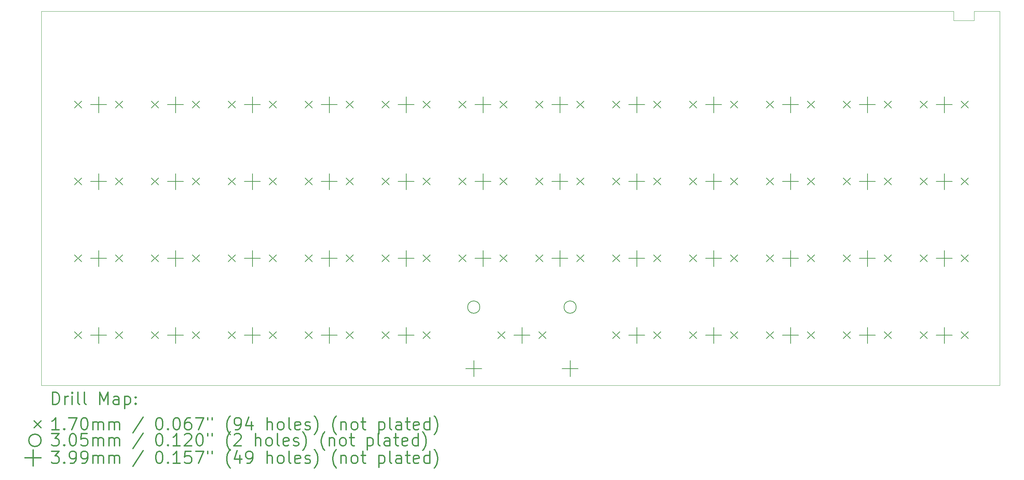
<source format=gbr>
%FSLAX45Y45*%
G04 Gerber Fmt 4.5, Leading zero omitted, Abs format (unit mm)*
G04 Created by KiCad (PCBNEW (5.1.0)-1) date 2020-09-20 16:15:59*
%MOMM*%
%LPD*%
G04 APERTURE LIST*
%ADD10C,0.050000*%
%ADD11C,0.200000*%
%ADD12C,0.300000*%
G04 APERTURE END LIST*
D10*
X24663400Y-3683000D02*
X24663400Y-3454400D01*
X24155400Y-3454400D02*
X24155400Y-3683000D01*
X24155400Y-3683000D02*
X24663400Y-3683000D01*
X1549400Y-3454400D02*
X1549400Y-12725400D01*
X24155400Y-3454400D02*
X1549400Y-3454400D01*
X25298400Y-3454400D02*
X24663400Y-3454400D01*
X25298400Y-12725400D02*
X25298400Y-3454400D01*
X1549400Y-12725400D02*
X25298400Y-12725400D01*
D11*
X8093710Y-11395710D02*
X8263890Y-11565890D01*
X8263890Y-11395710D02*
X8093710Y-11565890D01*
X9109710Y-11395710D02*
X9279890Y-11565890D01*
X9279890Y-11395710D02*
X9109710Y-11565890D01*
X6188710Y-5680710D02*
X6358890Y-5850890D01*
X6358890Y-5680710D02*
X6188710Y-5850890D01*
X7204710Y-5680710D02*
X7374890Y-5850890D01*
X7374890Y-5680710D02*
X7204710Y-5850890D01*
X13808710Y-7585710D02*
X13978890Y-7755890D01*
X13978890Y-7585710D02*
X13808710Y-7755890D01*
X14824710Y-7585710D02*
X14994890Y-7755890D01*
X14994890Y-7585710D02*
X14824710Y-7755890D01*
X23333710Y-11395710D02*
X23503890Y-11565890D01*
X23503890Y-11395710D02*
X23333710Y-11565890D01*
X24349710Y-11395710D02*
X24519890Y-11565890D01*
X24519890Y-11395710D02*
X24349710Y-11565890D01*
X19523710Y-7585710D02*
X19693890Y-7755890D01*
X19693890Y-7585710D02*
X19523710Y-7755890D01*
X20539710Y-7585710D02*
X20709890Y-7755890D01*
X20709890Y-7585710D02*
X20539710Y-7755890D01*
X8093710Y-9490710D02*
X8263890Y-9660890D01*
X8263890Y-9490710D02*
X8093710Y-9660890D01*
X9109710Y-9490710D02*
X9279890Y-9660890D01*
X9279890Y-9490710D02*
X9109710Y-9660890D01*
X15713710Y-9490710D02*
X15883890Y-9660890D01*
X15883890Y-9490710D02*
X15713710Y-9660890D01*
X16729710Y-9490710D02*
X16899890Y-9660890D01*
X16899890Y-9490710D02*
X16729710Y-9660890D01*
X4283710Y-9490710D02*
X4453890Y-9660890D01*
X4453890Y-9490710D02*
X4283710Y-9660890D01*
X5299710Y-9490710D02*
X5469890Y-9660890D01*
X5469890Y-9490710D02*
X5299710Y-9660890D01*
X4283710Y-11395710D02*
X4453890Y-11565890D01*
X4453890Y-11395710D02*
X4283710Y-11565890D01*
X5299710Y-11395710D02*
X5469890Y-11565890D01*
X5469890Y-11395710D02*
X5299710Y-11565890D01*
X21428710Y-7585710D02*
X21598890Y-7755890D01*
X21598890Y-7585710D02*
X21428710Y-7755890D01*
X22444710Y-7585710D02*
X22614890Y-7755890D01*
X22614890Y-7585710D02*
X22444710Y-7755890D01*
X21428710Y-5680710D02*
X21598890Y-5850890D01*
X21598890Y-5680710D02*
X21428710Y-5850890D01*
X22444710Y-5680710D02*
X22614890Y-5850890D01*
X22614890Y-5680710D02*
X22444710Y-5850890D01*
X6188710Y-9490710D02*
X6358890Y-9660890D01*
X6358890Y-9490710D02*
X6188710Y-9660890D01*
X7204710Y-9490710D02*
X7374890Y-9660890D01*
X7374890Y-9490710D02*
X7204710Y-9660890D01*
X15713710Y-5680710D02*
X15883890Y-5850890D01*
X15883890Y-5680710D02*
X15713710Y-5850890D01*
X16729710Y-5680710D02*
X16899890Y-5850890D01*
X16899890Y-5680710D02*
X16729710Y-5850890D01*
X9998710Y-11395710D02*
X10168890Y-11565890D01*
X10168890Y-11395710D02*
X9998710Y-11565890D01*
X11014710Y-11395710D02*
X11184890Y-11565890D01*
X11184890Y-11395710D02*
X11014710Y-11565890D01*
X19523710Y-5680710D02*
X19693890Y-5850890D01*
X19693890Y-5680710D02*
X19523710Y-5850890D01*
X20539710Y-5680710D02*
X20709890Y-5850890D01*
X20709890Y-5680710D02*
X20539710Y-5850890D01*
X21428710Y-11395710D02*
X21598890Y-11565890D01*
X21598890Y-11395710D02*
X21428710Y-11565890D01*
X22444710Y-11395710D02*
X22614890Y-11565890D01*
X22614890Y-11395710D02*
X22444710Y-11565890D01*
X6188710Y-7585710D02*
X6358890Y-7755890D01*
X6358890Y-7585710D02*
X6188710Y-7755890D01*
X7204710Y-7585710D02*
X7374890Y-7755890D01*
X7374890Y-7585710D02*
X7204710Y-7755890D01*
X17618710Y-7585710D02*
X17788890Y-7755890D01*
X17788890Y-7585710D02*
X17618710Y-7755890D01*
X18634710Y-7585710D02*
X18804890Y-7755890D01*
X18804890Y-7585710D02*
X18634710Y-7755890D01*
X23333710Y-9490710D02*
X23503890Y-9660890D01*
X23503890Y-9490710D02*
X23333710Y-9660890D01*
X24349710Y-9490710D02*
X24519890Y-9660890D01*
X24519890Y-9490710D02*
X24349710Y-9660890D01*
X9998710Y-9490710D02*
X10168890Y-9660890D01*
X10168890Y-9490710D02*
X9998710Y-9660890D01*
X11014710Y-9490710D02*
X11184890Y-9660890D01*
X11184890Y-9490710D02*
X11014710Y-9660890D01*
X21428710Y-9490710D02*
X21598890Y-9660890D01*
X21598890Y-9490710D02*
X21428710Y-9660890D01*
X22444710Y-9490710D02*
X22614890Y-9660890D01*
X22614890Y-9490710D02*
X22444710Y-9660890D01*
X11903710Y-9490710D02*
X12073890Y-9660890D01*
X12073890Y-9490710D02*
X11903710Y-9660890D01*
X12919710Y-9490710D02*
X13089890Y-9660890D01*
X13089890Y-9490710D02*
X12919710Y-9660890D01*
X2378710Y-5680710D02*
X2548890Y-5850890D01*
X2548890Y-5680710D02*
X2378710Y-5850890D01*
X3394710Y-5680710D02*
X3564890Y-5850890D01*
X3564890Y-5680710D02*
X3394710Y-5850890D01*
X6188710Y-11395710D02*
X6358890Y-11565890D01*
X6358890Y-11395710D02*
X6188710Y-11565890D01*
X7204710Y-11395710D02*
X7374890Y-11565890D01*
X7374890Y-11395710D02*
X7204710Y-11565890D01*
X2378710Y-9490710D02*
X2548890Y-9660890D01*
X2548890Y-9490710D02*
X2378710Y-9660890D01*
X3394710Y-9490710D02*
X3564890Y-9660890D01*
X3564890Y-9490710D02*
X3394710Y-9660890D01*
X23333710Y-5680710D02*
X23503890Y-5850890D01*
X23503890Y-5680710D02*
X23333710Y-5850890D01*
X24349710Y-5680710D02*
X24519890Y-5850890D01*
X24519890Y-5680710D02*
X24349710Y-5850890D01*
X11903710Y-7585710D02*
X12073890Y-7755890D01*
X12073890Y-7585710D02*
X11903710Y-7755890D01*
X12919710Y-7585710D02*
X13089890Y-7755890D01*
X13089890Y-7585710D02*
X12919710Y-7755890D01*
X4283710Y-5680710D02*
X4453890Y-5850890D01*
X4453890Y-5680710D02*
X4283710Y-5850890D01*
X5299710Y-5680710D02*
X5469890Y-5850890D01*
X5469890Y-5680710D02*
X5299710Y-5850890D01*
X17618710Y-5680710D02*
X17788890Y-5850890D01*
X17788890Y-5680710D02*
X17618710Y-5850890D01*
X18634710Y-5680710D02*
X18804890Y-5850890D01*
X18804890Y-5680710D02*
X18634710Y-5850890D01*
X12868910Y-11395710D02*
X13039090Y-11565890D01*
X13039090Y-11395710D02*
X12868910Y-11565890D01*
X13884910Y-11395710D02*
X14055090Y-11565890D01*
X14055090Y-11395710D02*
X13884910Y-11565890D01*
X8093710Y-5680710D02*
X8263890Y-5850890D01*
X8263890Y-5680710D02*
X8093710Y-5850890D01*
X9109710Y-5680710D02*
X9279890Y-5850890D01*
X9279890Y-5680710D02*
X9109710Y-5850890D01*
X19523710Y-9490710D02*
X19693890Y-9660890D01*
X19693890Y-9490710D02*
X19523710Y-9660890D01*
X20539710Y-9490710D02*
X20709890Y-9660890D01*
X20709890Y-9490710D02*
X20539710Y-9660890D01*
X19523710Y-11395710D02*
X19693890Y-11565890D01*
X19693890Y-11395710D02*
X19523710Y-11565890D01*
X20539710Y-11395710D02*
X20709890Y-11565890D01*
X20709890Y-11395710D02*
X20539710Y-11565890D01*
X4283710Y-7585710D02*
X4453890Y-7755890D01*
X4453890Y-7585710D02*
X4283710Y-7755890D01*
X5299710Y-7585710D02*
X5469890Y-7755890D01*
X5469890Y-7585710D02*
X5299710Y-7755890D01*
X17618710Y-11395710D02*
X17788890Y-11565890D01*
X17788890Y-11395710D02*
X17618710Y-11565890D01*
X18634710Y-11395710D02*
X18804890Y-11565890D01*
X18804890Y-11395710D02*
X18634710Y-11565890D01*
X23333710Y-7585710D02*
X23503890Y-7755890D01*
X23503890Y-7585710D02*
X23333710Y-7755890D01*
X24349710Y-7585710D02*
X24519890Y-7755890D01*
X24519890Y-7585710D02*
X24349710Y-7755890D01*
X17618710Y-9490710D02*
X17788890Y-9660890D01*
X17788890Y-9490710D02*
X17618710Y-9660890D01*
X18634710Y-9490710D02*
X18804890Y-9660890D01*
X18804890Y-9490710D02*
X18634710Y-9660890D01*
X15713710Y-7585710D02*
X15883890Y-7755890D01*
X15883890Y-7585710D02*
X15713710Y-7755890D01*
X16729710Y-7585710D02*
X16899890Y-7755890D01*
X16899890Y-7585710D02*
X16729710Y-7755890D01*
X2378710Y-11395710D02*
X2548890Y-11565890D01*
X2548890Y-11395710D02*
X2378710Y-11565890D01*
X3394710Y-11395710D02*
X3564890Y-11565890D01*
X3564890Y-11395710D02*
X3394710Y-11565890D01*
X8093710Y-7585710D02*
X8263890Y-7755890D01*
X8263890Y-7585710D02*
X8093710Y-7755890D01*
X9109710Y-7585710D02*
X9279890Y-7755890D01*
X9279890Y-7585710D02*
X9109710Y-7755890D01*
X9998710Y-5680710D02*
X10168890Y-5850890D01*
X10168890Y-5680710D02*
X9998710Y-5850890D01*
X11014710Y-5680710D02*
X11184890Y-5850890D01*
X11184890Y-5680710D02*
X11014710Y-5850890D01*
X13808710Y-9490710D02*
X13978890Y-9660890D01*
X13978890Y-9490710D02*
X13808710Y-9660890D01*
X14824710Y-9490710D02*
X14994890Y-9660890D01*
X14994890Y-9490710D02*
X14824710Y-9660890D01*
X2378710Y-7585710D02*
X2548890Y-7755890D01*
X2548890Y-7585710D02*
X2378710Y-7755890D01*
X3394710Y-7585710D02*
X3564890Y-7755890D01*
X3564890Y-7585710D02*
X3394710Y-7755890D01*
X9998710Y-7585710D02*
X10168890Y-7755890D01*
X10168890Y-7585710D02*
X9998710Y-7755890D01*
X11014710Y-7585710D02*
X11184890Y-7755890D01*
X11184890Y-7585710D02*
X11014710Y-7755890D01*
X13808710Y-5680710D02*
X13978890Y-5850890D01*
X13978890Y-5680710D02*
X13808710Y-5850890D01*
X14824710Y-5680710D02*
X14994890Y-5850890D01*
X14994890Y-5680710D02*
X14824710Y-5850890D01*
X15713710Y-11395710D02*
X15883890Y-11565890D01*
X15883890Y-11395710D02*
X15713710Y-11565890D01*
X16729710Y-11395710D02*
X16899890Y-11565890D01*
X16899890Y-11395710D02*
X16729710Y-11565890D01*
X11903710Y-5680710D02*
X12073890Y-5850890D01*
X12073890Y-5680710D02*
X11903710Y-5850890D01*
X12919710Y-5680710D02*
X13089890Y-5850890D01*
X13089890Y-5680710D02*
X12919710Y-5850890D01*
X12420600Y-10782300D02*
G75*
G03X12420600Y-10782300I-152400J0D01*
G01*
X14808200Y-10782300D02*
G75*
G03X14808200Y-10782300I-152400J0D01*
G01*
X8686800Y-11281410D02*
X8686800Y-11680190D01*
X8487410Y-11480800D02*
X8886190Y-11480800D01*
X6781800Y-5566410D02*
X6781800Y-5965190D01*
X6582410Y-5765800D02*
X6981190Y-5765800D01*
X14401800Y-7471410D02*
X14401800Y-7870190D01*
X14202410Y-7670800D02*
X14601190Y-7670800D01*
X23926800Y-11281410D02*
X23926800Y-11680190D01*
X23727410Y-11480800D02*
X24126190Y-11480800D01*
X20116800Y-7471410D02*
X20116800Y-7870190D01*
X19917410Y-7670800D02*
X20316190Y-7670800D01*
X8686800Y-9376410D02*
X8686800Y-9775190D01*
X8487410Y-9575800D02*
X8886190Y-9575800D01*
X16306800Y-9376410D02*
X16306800Y-9775190D01*
X16107410Y-9575800D02*
X16506190Y-9575800D01*
X4876800Y-9376410D02*
X4876800Y-9775190D01*
X4677410Y-9575800D02*
X5076190Y-9575800D01*
X4876800Y-11281410D02*
X4876800Y-11680190D01*
X4677410Y-11480800D02*
X5076190Y-11480800D01*
X22021800Y-7471410D02*
X22021800Y-7870190D01*
X21822410Y-7670800D02*
X22221190Y-7670800D01*
X22021800Y-5566410D02*
X22021800Y-5965190D01*
X21822410Y-5765800D02*
X22221190Y-5765800D01*
X6781800Y-9376410D02*
X6781800Y-9775190D01*
X6582410Y-9575800D02*
X6981190Y-9575800D01*
X16306800Y-5566410D02*
X16306800Y-5965190D01*
X16107410Y-5765800D02*
X16506190Y-5765800D01*
X10591800Y-11281410D02*
X10591800Y-11680190D01*
X10392410Y-11480800D02*
X10791190Y-11480800D01*
X20116800Y-5566410D02*
X20116800Y-5965190D01*
X19917410Y-5765800D02*
X20316190Y-5765800D01*
X22021800Y-11281410D02*
X22021800Y-11680190D01*
X21822410Y-11480800D02*
X22221190Y-11480800D01*
X6781800Y-7471410D02*
X6781800Y-7870190D01*
X6582410Y-7670800D02*
X6981190Y-7670800D01*
X18211800Y-7471410D02*
X18211800Y-7870190D01*
X18012410Y-7670800D02*
X18411190Y-7670800D01*
X23926800Y-9376410D02*
X23926800Y-9775190D01*
X23727410Y-9575800D02*
X24126190Y-9575800D01*
X10591800Y-9376410D02*
X10591800Y-9775190D01*
X10392410Y-9575800D02*
X10791190Y-9575800D01*
X22021800Y-9376410D02*
X22021800Y-9775190D01*
X21822410Y-9575800D02*
X22221190Y-9575800D01*
X12496800Y-9376410D02*
X12496800Y-9775190D01*
X12297410Y-9575800D02*
X12696190Y-9575800D01*
X2971800Y-5566410D02*
X2971800Y-5965190D01*
X2772410Y-5765800D02*
X3171190Y-5765800D01*
X6781800Y-11281410D02*
X6781800Y-11680190D01*
X6582410Y-11480800D02*
X6981190Y-11480800D01*
X2971800Y-9376410D02*
X2971800Y-9775190D01*
X2772410Y-9575800D02*
X3171190Y-9575800D01*
X23926800Y-5566410D02*
X23926800Y-5965190D01*
X23727410Y-5765800D02*
X24126190Y-5765800D01*
X12496800Y-7471410D02*
X12496800Y-7870190D01*
X12297410Y-7670800D02*
X12696190Y-7670800D01*
X4876800Y-5566410D02*
X4876800Y-5965190D01*
X4677410Y-5765800D02*
X5076190Y-5765800D01*
X18211800Y-5566410D02*
X18211800Y-5965190D01*
X18012410Y-5765800D02*
X18411190Y-5765800D01*
X12268200Y-12106910D02*
X12268200Y-12505690D01*
X12068810Y-12306300D02*
X12467590Y-12306300D01*
X13462000Y-11281410D02*
X13462000Y-11680190D01*
X13262610Y-11480800D02*
X13661390Y-11480800D01*
X14655800Y-12106910D02*
X14655800Y-12505690D01*
X14456410Y-12306300D02*
X14855190Y-12306300D01*
X8686800Y-5566410D02*
X8686800Y-5965190D01*
X8487410Y-5765800D02*
X8886190Y-5765800D01*
X20116800Y-9376410D02*
X20116800Y-9775190D01*
X19917410Y-9575800D02*
X20316190Y-9575800D01*
X20116800Y-11281410D02*
X20116800Y-11680190D01*
X19917410Y-11480800D02*
X20316190Y-11480800D01*
X4876800Y-7471410D02*
X4876800Y-7870190D01*
X4677410Y-7670800D02*
X5076190Y-7670800D01*
X18211800Y-11281410D02*
X18211800Y-11680190D01*
X18012410Y-11480800D02*
X18411190Y-11480800D01*
X23926800Y-7471410D02*
X23926800Y-7870190D01*
X23727410Y-7670800D02*
X24126190Y-7670800D01*
X18211800Y-9376410D02*
X18211800Y-9775190D01*
X18012410Y-9575800D02*
X18411190Y-9575800D01*
X16306800Y-7471410D02*
X16306800Y-7870190D01*
X16107410Y-7670800D02*
X16506190Y-7670800D01*
X2971800Y-11281410D02*
X2971800Y-11680190D01*
X2772410Y-11480800D02*
X3171190Y-11480800D01*
X8686800Y-7471410D02*
X8686800Y-7870190D01*
X8487410Y-7670800D02*
X8886190Y-7670800D01*
X10591800Y-5566410D02*
X10591800Y-5965190D01*
X10392410Y-5765800D02*
X10791190Y-5765800D01*
X14401800Y-9376410D02*
X14401800Y-9775190D01*
X14202410Y-9575800D02*
X14601190Y-9575800D01*
X2971800Y-7471410D02*
X2971800Y-7870190D01*
X2772410Y-7670800D02*
X3171190Y-7670800D01*
X10591800Y-7471410D02*
X10591800Y-7870190D01*
X10392410Y-7670800D02*
X10791190Y-7670800D01*
X14401800Y-5566410D02*
X14401800Y-5965190D01*
X14202410Y-5765800D02*
X14601190Y-5765800D01*
X16306800Y-11281410D02*
X16306800Y-11680190D01*
X16107410Y-11480800D02*
X16506190Y-11480800D01*
X12496800Y-5566410D02*
X12496800Y-5965190D01*
X12297410Y-5765800D02*
X12696190Y-5765800D01*
D12*
X1833328Y-13193614D02*
X1833328Y-12893614D01*
X1904757Y-12893614D01*
X1947614Y-12907900D01*
X1976186Y-12936471D01*
X1990471Y-12965043D01*
X2004757Y-13022186D01*
X2004757Y-13065043D01*
X1990471Y-13122186D01*
X1976186Y-13150757D01*
X1947614Y-13179329D01*
X1904757Y-13193614D01*
X1833328Y-13193614D01*
X2133328Y-13193614D02*
X2133328Y-12993614D01*
X2133328Y-13050757D02*
X2147614Y-13022186D01*
X2161900Y-13007900D01*
X2190471Y-12993614D01*
X2219043Y-12993614D01*
X2319043Y-13193614D02*
X2319043Y-12993614D01*
X2319043Y-12893614D02*
X2304757Y-12907900D01*
X2319043Y-12922186D01*
X2333328Y-12907900D01*
X2319043Y-12893614D01*
X2319043Y-12922186D01*
X2504757Y-13193614D02*
X2476186Y-13179329D01*
X2461900Y-13150757D01*
X2461900Y-12893614D01*
X2661900Y-13193614D02*
X2633328Y-13179329D01*
X2619043Y-13150757D01*
X2619043Y-12893614D01*
X3004757Y-13193614D02*
X3004757Y-12893614D01*
X3104757Y-13107900D01*
X3204757Y-12893614D01*
X3204757Y-13193614D01*
X3476186Y-13193614D02*
X3476186Y-13036471D01*
X3461900Y-13007900D01*
X3433328Y-12993614D01*
X3376186Y-12993614D01*
X3347614Y-13007900D01*
X3476186Y-13179329D02*
X3447614Y-13193614D01*
X3376186Y-13193614D01*
X3347614Y-13179329D01*
X3333328Y-13150757D01*
X3333328Y-13122186D01*
X3347614Y-13093614D01*
X3376186Y-13079329D01*
X3447614Y-13079329D01*
X3476186Y-13065043D01*
X3619043Y-12993614D02*
X3619043Y-13293614D01*
X3619043Y-13007900D02*
X3647614Y-12993614D01*
X3704757Y-12993614D01*
X3733328Y-13007900D01*
X3747614Y-13022186D01*
X3761900Y-13050757D01*
X3761900Y-13136471D01*
X3747614Y-13165043D01*
X3733328Y-13179329D01*
X3704757Y-13193614D01*
X3647614Y-13193614D01*
X3619043Y-13179329D01*
X3890471Y-13165043D02*
X3904757Y-13179329D01*
X3890471Y-13193614D01*
X3876186Y-13179329D01*
X3890471Y-13165043D01*
X3890471Y-13193614D01*
X3890471Y-13007900D02*
X3904757Y-13022186D01*
X3890471Y-13036471D01*
X3876186Y-13022186D01*
X3890471Y-13007900D01*
X3890471Y-13036471D01*
X1376720Y-13602810D02*
X1546900Y-13772990D01*
X1546900Y-13602810D02*
X1376720Y-13772990D01*
X1990471Y-13823614D02*
X1819043Y-13823614D01*
X1904757Y-13823614D02*
X1904757Y-13523614D01*
X1876186Y-13566471D01*
X1847614Y-13595043D01*
X1819043Y-13609329D01*
X2119043Y-13795043D02*
X2133328Y-13809329D01*
X2119043Y-13823614D01*
X2104757Y-13809329D01*
X2119043Y-13795043D01*
X2119043Y-13823614D01*
X2233328Y-13523614D02*
X2433328Y-13523614D01*
X2304757Y-13823614D01*
X2604757Y-13523614D02*
X2633328Y-13523614D01*
X2661900Y-13537900D01*
X2676186Y-13552186D01*
X2690471Y-13580757D01*
X2704757Y-13637900D01*
X2704757Y-13709329D01*
X2690471Y-13766471D01*
X2676186Y-13795043D01*
X2661900Y-13809329D01*
X2633328Y-13823614D01*
X2604757Y-13823614D01*
X2576186Y-13809329D01*
X2561900Y-13795043D01*
X2547614Y-13766471D01*
X2533328Y-13709329D01*
X2533328Y-13637900D01*
X2547614Y-13580757D01*
X2561900Y-13552186D01*
X2576186Y-13537900D01*
X2604757Y-13523614D01*
X2833328Y-13823614D02*
X2833328Y-13623614D01*
X2833328Y-13652186D02*
X2847614Y-13637900D01*
X2876186Y-13623614D01*
X2919043Y-13623614D01*
X2947614Y-13637900D01*
X2961900Y-13666471D01*
X2961900Y-13823614D01*
X2961900Y-13666471D02*
X2976186Y-13637900D01*
X3004757Y-13623614D01*
X3047614Y-13623614D01*
X3076186Y-13637900D01*
X3090471Y-13666471D01*
X3090471Y-13823614D01*
X3233328Y-13823614D02*
X3233328Y-13623614D01*
X3233328Y-13652186D02*
X3247614Y-13637900D01*
X3276186Y-13623614D01*
X3319043Y-13623614D01*
X3347614Y-13637900D01*
X3361900Y-13666471D01*
X3361900Y-13823614D01*
X3361900Y-13666471D02*
X3376186Y-13637900D01*
X3404757Y-13623614D01*
X3447614Y-13623614D01*
X3476186Y-13637900D01*
X3490471Y-13666471D01*
X3490471Y-13823614D01*
X4076186Y-13509329D02*
X3819043Y-13895043D01*
X4461900Y-13523614D02*
X4490471Y-13523614D01*
X4519043Y-13537900D01*
X4533328Y-13552186D01*
X4547614Y-13580757D01*
X4561900Y-13637900D01*
X4561900Y-13709329D01*
X4547614Y-13766471D01*
X4533328Y-13795043D01*
X4519043Y-13809329D01*
X4490471Y-13823614D01*
X4461900Y-13823614D01*
X4433328Y-13809329D01*
X4419043Y-13795043D01*
X4404757Y-13766471D01*
X4390471Y-13709329D01*
X4390471Y-13637900D01*
X4404757Y-13580757D01*
X4419043Y-13552186D01*
X4433328Y-13537900D01*
X4461900Y-13523614D01*
X4690471Y-13795043D02*
X4704757Y-13809329D01*
X4690471Y-13823614D01*
X4676186Y-13809329D01*
X4690471Y-13795043D01*
X4690471Y-13823614D01*
X4890471Y-13523614D02*
X4919043Y-13523614D01*
X4947614Y-13537900D01*
X4961900Y-13552186D01*
X4976186Y-13580757D01*
X4990471Y-13637900D01*
X4990471Y-13709329D01*
X4976186Y-13766471D01*
X4961900Y-13795043D01*
X4947614Y-13809329D01*
X4919043Y-13823614D01*
X4890471Y-13823614D01*
X4861900Y-13809329D01*
X4847614Y-13795043D01*
X4833328Y-13766471D01*
X4819043Y-13709329D01*
X4819043Y-13637900D01*
X4833328Y-13580757D01*
X4847614Y-13552186D01*
X4861900Y-13537900D01*
X4890471Y-13523614D01*
X5247614Y-13523614D02*
X5190471Y-13523614D01*
X5161900Y-13537900D01*
X5147614Y-13552186D01*
X5119043Y-13595043D01*
X5104757Y-13652186D01*
X5104757Y-13766471D01*
X5119043Y-13795043D01*
X5133328Y-13809329D01*
X5161900Y-13823614D01*
X5219043Y-13823614D01*
X5247614Y-13809329D01*
X5261900Y-13795043D01*
X5276186Y-13766471D01*
X5276186Y-13695043D01*
X5261900Y-13666471D01*
X5247614Y-13652186D01*
X5219043Y-13637900D01*
X5161900Y-13637900D01*
X5133328Y-13652186D01*
X5119043Y-13666471D01*
X5104757Y-13695043D01*
X5376186Y-13523614D02*
X5576186Y-13523614D01*
X5447614Y-13823614D01*
X5676186Y-13523614D02*
X5676186Y-13580757D01*
X5790471Y-13523614D02*
X5790471Y-13580757D01*
X6233328Y-13937900D02*
X6219043Y-13923614D01*
X6190471Y-13880757D01*
X6176186Y-13852186D01*
X6161900Y-13809329D01*
X6147614Y-13737900D01*
X6147614Y-13680757D01*
X6161900Y-13609329D01*
X6176186Y-13566471D01*
X6190471Y-13537900D01*
X6219043Y-13495043D01*
X6233328Y-13480757D01*
X6361900Y-13823614D02*
X6419043Y-13823614D01*
X6447614Y-13809329D01*
X6461900Y-13795043D01*
X6490471Y-13752186D01*
X6504757Y-13695043D01*
X6504757Y-13580757D01*
X6490471Y-13552186D01*
X6476186Y-13537900D01*
X6447614Y-13523614D01*
X6390471Y-13523614D01*
X6361900Y-13537900D01*
X6347614Y-13552186D01*
X6333328Y-13580757D01*
X6333328Y-13652186D01*
X6347614Y-13680757D01*
X6361900Y-13695043D01*
X6390471Y-13709329D01*
X6447614Y-13709329D01*
X6476186Y-13695043D01*
X6490471Y-13680757D01*
X6504757Y-13652186D01*
X6761900Y-13623614D02*
X6761900Y-13823614D01*
X6690471Y-13509329D02*
X6619043Y-13723614D01*
X6804757Y-13723614D01*
X7147614Y-13823614D02*
X7147614Y-13523614D01*
X7276186Y-13823614D02*
X7276186Y-13666471D01*
X7261900Y-13637900D01*
X7233328Y-13623614D01*
X7190471Y-13623614D01*
X7161900Y-13637900D01*
X7147614Y-13652186D01*
X7461900Y-13823614D02*
X7433328Y-13809329D01*
X7419043Y-13795043D01*
X7404757Y-13766471D01*
X7404757Y-13680757D01*
X7419043Y-13652186D01*
X7433328Y-13637900D01*
X7461900Y-13623614D01*
X7504757Y-13623614D01*
X7533328Y-13637900D01*
X7547614Y-13652186D01*
X7561900Y-13680757D01*
X7561900Y-13766471D01*
X7547614Y-13795043D01*
X7533328Y-13809329D01*
X7504757Y-13823614D01*
X7461900Y-13823614D01*
X7733328Y-13823614D02*
X7704757Y-13809329D01*
X7690471Y-13780757D01*
X7690471Y-13523614D01*
X7961900Y-13809329D02*
X7933328Y-13823614D01*
X7876186Y-13823614D01*
X7847614Y-13809329D01*
X7833328Y-13780757D01*
X7833328Y-13666471D01*
X7847614Y-13637900D01*
X7876186Y-13623614D01*
X7933328Y-13623614D01*
X7961900Y-13637900D01*
X7976186Y-13666471D01*
X7976186Y-13695043D01*
X7833328Y-13723614D01*
X8090471Y-13809329D02*
X8119043Y-13823614D01*
X8176186Y-13823614D01*
X8204757Y-13809329D01*
X8219043Y-13780757D01*
X8219043Y-13766471D01*
X8204757Y-13737900D01*
X8176186Y-13723614D01*
X8133328Y-13723614D01*
X8104757Y-13709329D01*
X8090471Y-13680757D01*
X8090471Y-13666471D01*
X8104757Y-13637900D01*
X8133328Y-13623614D01*
X8176186Y-13623614D01*
X8204757Y-13637900D01*
X8319043Y-13937900D02*
X8333328Y-13923614D01*
X8361900Y-13880757D01*
X8376186Y-13852186D01*
X8390471Y-13809329D01*
X8404757Y-13737900D01*
X8404757Y-13680757D01*
X8390471Y-13609329D01*
X8376186Y-13566471D01*
X8361900Y-13537900D01*
X8333328Y-13495043D01*
X8319043Y-13480757D01*
X8861900Y-13937900D02*
X8847614Y-13923614D01*
X8819043Y-13880757D01*
X8804757Y-13852186D01*
X8790471Y-13809329D01*
X8776186Y-13737900D01*
X8776186Y-13680757D01*
X8790471Y-13609329D01*
X8804757Y-13566471D01*
X8819043Y-13537900D01*
X8847614Y-13495043D01*
X8861900Y-13480757D01*
X8976186Y-13623614D02*
X8976186Y-13823614D01*
X8976186Y-13652186D02*
X8990471Y-13637900D01*
X9019043Y-13623614D01*
X9061900Y-13623614D01*
X9090471Y-13637900D01*
X9104757Y-13666471D01*
X9104757Y-13823614D01*
X9290471Y-13823614D02*
X9261900Y-13809329D01*
X9247614Y-13795043D01*
X9233328Y-13766471D01*
X9233328Y-13680757D01*
X9247614Y-13652186D01*
X9261900Y-13637900D01*
X9290471Y-13623614D01*
X9333328Y-13623614D01*
X9361900Y-13637900D01*
X9376186Y-13652186D01*
X9390471Y-13680757D01*
X9390471Y-13766471D01*
X9376186Y-13795043D01*
X9361900Y-13809329D01*
X9333328Y-13823614D01*
X9290471Y-13823614D01*
X9476186Y-13623614D02*
X9590471Y-13623614D01*
X9519043Y-13523614D02*
X9519043Y-13780757D01*
X9533328Y-13809329D01*
X9561900Y-13823614D01*
X9590471Y-13823614D01*
X9919043Y-13623614D02*
X9919043Y-13923614D01*
X9919043Y-13637900D02*
X9947614Y-13623614D01*
X10004757Y-13623614D01*
X10033328Y-13637900D01*
X10047614Y-13652186D01*
X10061900Y-13680757D01*
X10061900Y-13766471D01*
X10047614Y-13795043D01*
X10033328Y-13809329D01*
X10004757Y-13823614D01*
X9947614Y-13823614D01*
X9919043Y-13809329D01*
X10233328Y-13823614D02*
X10204757Y-13809329D01*
X10190471Y-13780757D01*
X10190471Y-13523614D01*
X10476186Y-13823614D02*
X10476186Y-13666471D01*
X10461900Y-13637900D01*
X10433328Y-13623614D01*
X10376186Y-13623614D01*
X10347614Y-13637900D01*
X10476186Y-13809329D02*
X10447614Y-13823614D01*
X10376186Y-13823614D01*
X10347614Y-13809329D01*
X10333328Y-13780757D01*
X10333328Y-13752186D01*
X10347614Y-13723614D01*
X10376186Y-13709329D01*
X10447614Y-13709329D01*
X10476186Y-13695043D01*
X10576186Y-13623614D02*
X10690471Y-13623614D01*
X10619043Y-13523614D02*
X10619043Y-13780757D01*
X10633328Y-13809329D01*
X10661900Y-13823614D01*
X10690471Y-13823614D01*
X10904757Y-13809329D02*
X10876186Y-13823614D01*
X10819043Y-13823614D01*
X10790471Y-13809329D01*
X10776186Y-13780757D01*
X10776186Y-13666471D01*
X10790471Y-13637900D01*
X10819043Y-13623614D01*
X10876186Y-13623614D01*
X10904757Y-13637900D01*
X10919043Y-13666471D01*
X10919043Y-13695043D01*
X10776186Y-13723614D01*
X11176186Y-13823614D02*
X11176186Y-13523614D01*
X11176186Y-13809329D02*
X11147614Y-13823614D01*
X11090471Y-13823614D01*
X11061900Y-13809329D01*
X11047614Y-13795043D01*
X11033328Y-13766471D01*
X11033328Y-13680757D01*
X11047614Y-13652186D01*
X11061900Y-13637900D01*
X11090471Y-13623614D01*
X11147614Y-13623614D01*
X11176186Y-13637900D01*
X11290471Y-13937900D02*
X11304757Y-13923614D01*
X11333328Y-13880757D01*
X11347614Y-13852186D01*
X11361900Y-13809329D01*
X11376186Y-13737900D01*
X11376186Y-13680757D01*
X11361900Y-13609329D01*
X11347614Y-13566471D01*
X11333328Y-13537900D01*
X11304757Y-13495043D01*
X11290471Y-13480757D01*
X1546900Y-14083900D02*
G75*
G03X1546900Y-14083900I-152400J0D01*
G01*
X1804757Y-13919614D02*
X1990471Y-13919614D01*
X1890471Y-14033900D01*
X1933328Y-14033900D01*
X1961900Y-14048186D01*
X1976186Y-14062471D01*
X1990471Y-14091043D01*
X1990471Y-14162471D01*
X1976186Y-14191043D01*
X1961900Y-14205329D01*
X1933328Y-14219614D01*
X1847614Y-14219614D01*
X1819043Y-14205329D01*
X1804757Y-14191043D01*
X2119043Y-14191043D02*
X2133328Y-14205329D01*
X2119043Y-14219614D01*
X2104757Y-14205329D01*
X2119043Y-14191043D01*
X2119043Y-14219614D01*
X2319043Y-13919614D02*
X2347614Y-13919614D01*
X2376186Y-13933900D01*
X2390471Y-13948186D01*
X2404757Y-13976757D01*
X2419043Y-14033900D01*
X2419043Y-14105329D01*
X2404757Y-14162471D01*
X2390471Y-14191043D01*
X2376186Y-14205329D01*
X2347614Y-14219614D01*
X2319043Y-14219614D01*
X2290471Y-14205329D01*
X2276186Y-14191043D01*
X2261900Y-14162471D01*
X2247614Y-14105329D01*
X2247614Y-14033900D01*
X2261900Y-13976757D01*
X2276186Y-13948186D01*
X2290471Y-13933900D01*
X2319043Y-13919614D01*
X2690471Y-13919614D02*
X2547614Y-13919614D01*
X2533328Y-14062471D01*
X2547614Y-14048186D01*
X2576186Y-14033900D01*
X2647614Y-14033900D01*
X2676186Y-14048186D01*
X2690471Y-14062471D01*
X2704757Y-14091043D01*
X2704757Y-14162471D01*
X2690471Y-14191043D01*
X2676186Y-14205329D01*
X2647614Y-14219614D01*
X2576186Y-14219614D01*
X2547614Y-14205329D01*
X2533328Y-14191043D01*
X2833328Y-14219614D02*
X2833328Y-14019614D01*
X2833328Y-14048186D02*
X2847614Y-14033900D01*
X2876186Y-14019614D01*
X2919043Y-14019614D01*
X2947614Y-14033900D01*
X2961900Y-14062471D01*
X2961900Y-14219614D01*
X2961900Y-14062471D02*
X2976186Y-14033900D01*
X3004757Y-14019614D01*
X3047614Y-14019614D01*
X3076186Y-14033900D01*
X3090471Y-14062471D01*
X3090471Y-14219614D01*
X3233328Y-14219614D02*
X3233328Y-14019614D01*
X3233328Y-14048186D02*
X3247614Y-14033900D01*
X3276186Y-14019614D01*
X3319043Y-14019614D01*
X3347614Y-14033900D01*
X3361900Y-14062471D01*
X3361900Y-14219614D01*
X3361900Y-14062471D02*
X3376186Y-14033900D01*
X3404757Y-14019614D01*
X3447614Y-14019614D01*
X3476186Y-14033900D01*
X3490471Y-14062471D01*
X3490471Y-14219614D01*
X4076186Y-13905329D02*
X3819043Y-14291043D01*
X4461900Y-13919614D02*
X4490471Y-13919614D01*
X4519043Y-13933900D01*
X4533328Y-13948186D01*
X4547614Y-13976757D01*
X4561900Y-14033900D01*
X4561900Y-14105329D01*
X4547614Y-14162471D01*
X4533328Y-14191043D01*
X4519043Y-14205329D01*
X4490471Y-14219614D01*
X4461900Y-14219614D01*
X4433328Y-14205329D01*
X4419043Y-14191043D01*
X4404757Y-14162471D01*
X4390471Y-14105329D01*
X4390471Y-14033900D01*
X4404757Y-13976757D01*
X4419043Y-13948186D01*
X4433328Y-13933900D01*
X4461900Y-13919614D01*
X4690471Y-14191043D02*
X4704757Y-14205329D01*
X4690471Y-14219614D01*
X4676186Y-14205329D01*
X4690471Y-14191043D01*
X4690471Y-14219614D01*
X4990471Y-14219614D02*
X4819043Y-14219614D01*
X4904757Y-14219614D02*
X4904757Y-13919614D01*
X4876186Y-13962471D01*
X4847614Y-13991043D01*
X4819043Y-14005329D01*
X5104757Y-13948186D02*
X5119043Y-13933900D01*
X5147614Y-13919614D01*
X5219043Y-13919614D01*
X5247614Y-13933900D01*
X5261900Y-13948186D01*
X5276186Y-13976757D01*
X5276186Y-14005329D01*
X5261900Y-14048186D01*
X5090471Y-14219614D01*
X5276186Y-14219614D01*
X5461900Y-13919614D02*
X5490471Y-13919614D01*
X5519043Y-13933900D01*
X5533328Y-13948186D01*
X5547614Y-13976757D01*
X5561900Y-14033900D01*
X5561900Y-14105329D01*
X5547614Y-14162471D01*
X5533328Y-14191043D01*
X5519043Y-14205329D01*
X5490471Y-14219614D01*
X5461900Y-14219614D01*
X5433328Y-14205329D01*
X5419043Y-14191043D01*
X5404757Y-14162471D01*
X5390471Y-14105329D01*
X5390471Y-14033900D01*
X5404757Y-13976757D01*
X5419043Y-13948186D01*
X5433328Y-13933900D01*
X5461900Y-13919614D01*
X5676186Y-13919614D02*
X5676186Y-13976757D01*
X5790471Y-13919614D02*
X5790471Y-13976757D01*
X6233328Y-14333900D02*
X6219043Y-14319614D01*
X6190471Y-14276757D01*
X6176186Y-14248186D01*
X6161900Y-14205329D01*
X6147614Y-14133900D01*
X6147614Y-14076757D01*
X6161900Y-14005329D01*
X6176186Y-13962471D01*
X6190471Y-13933900D01*
X6219043Y-13891043D01*
X6233328Y-13876757D01*
X6333328Y-13948186D02*
X6347614Y-13933900D01*
X6376186Y-13919614D01*
X6447614Y-13919614D01*
X6476186Y-13933900D01*
X6490471Y-13948186D01*
X6504757Y-13976757D01*
X6504757Y-14005329D01*
X6490471Y-14048186D01*
X6319043Y-14219614D01*
X6504757Y-14219614D01*
X6861900Y-14219614D02*
X6861900Y-13919614D01*
X6990471Y-14219614D02*
X6990471Y-14062471D01*
X6976186Y-14033900D01*
X6947614Y-14019614D01*
X6904757Y-14019614D01*
X6876186Y-14033900D01*
X6861900Y-14048186D01*
X7176186Y-14219614D02*
X7147614Y-14205329D01*
X7133328Y-14191043D01*
X7119043Y-14162471D01*
X7119043Y-14076757D01*
X7133328Y-14048186D01*
X7147614Y-14033900D01*
X7176186Y-14019614D01*
X7219043Y-14019614D01*
X7247614Y-14033900D01*
X7261900Y-14048186D01*
X7276186Y-14076757D01*
X7276186Y-14162471D01*
X7261900Y-14191043D01*
X7247614Y-14205329D01*
X7219043Y-14219614D01*
X7176186Y-14219614D01*
X7447614Y-14219614D02*
X7419043Y-14205329D01*
X7404757Y-14176757D01*
X7404757Y-13919614D01*
X7676186Y-14205329D02*
X7647614Y-14219614D01*
X7590471Y-14219614D01*
X7561900Y-14205329D01*
X7547614Y-14176757D01*
X7547614Y-14062471D01*
X7561900Y-14033900D01*
X7590471Y-14019614D01*
X7647614Y-14019614D01*
X7676186Y-14033900D01*
X7690471Y-14062471D01*
X7690471Y-14091043D01*
X7547614Y-14119614D01*
X7804757Y-14205329D02*
X7833328Y-14219614D01*
X7890471Y-14219614D01*
X7919043Y-14205329D01*
X7933328Y-14176757D01*
X7933328Y-14162471D01*
X7919043Y-14133900D01*
X7890471Y-14119614D01*
X7847614Y-14119614D01*
X7819043Y-14105329D01*
X7804757Y-14076757D01*
X7804757Y-14062471D01*
X7819043Y-14033900D01*
X7847614Y-14019614D01*
X7890471Y-14019614D01*
X7919043Y-14033900D01*
X8033328Y-14333900D02*
X8047614Y-14319614D01*
X8076186Y-14276757D01*
X8090471Y-14248186D01*
X8104757Y-14205329D01*
X8119043Y-14133900D01*
X8119043Y-14076757D01*
X8104757Y-14005329D01*
X8090471Y-13962471D01*
X8076186Y-13933900D01*
X8047614Y-13891043D01*
X8033328Y-13876757D01*
X8576186Y-14333900D02*
X8561900Y-14319614D01*
X8533328Y-14276757D01*
X8519043Y-14248186D01*
X8504757Y-14205329D01*
X8490471Y-14133900D01*
X8490471Y-14076757D01*
X8504757Y-14005329D01*
X8519043Y-13962471D01*
X8533328Y-13933900D01*
X8561900Y-13891043D01*
X8576186Y-13876757D01*
X8690471Y-14019614D02*
X8690471Y-14219614D01*
X8690471Y-14048186D02*
X8704757Y-14033900D01*
X8733328Y-14019614D01*
X8776186Y-14019614D01*
X8804757Y-14033900D01*
X8819043Y-14062471D01*
X8819043Y-14219614D01*
X9004757Y-14219614D02*
X8976186Y-14205329D01*
X8961900Y-14191043D01*
X8947614Y-14162471D01*
X8947614Y-14076757D01*
X8961900Y-14048186D01*
X8976186Y-14033900D01*
X9004757Y-14019614D01*
X9047614Y-14019614D01*
X9076186Y-14033900D01*
X9090471Y-14048186D01*
X9104757Y-14076757D01*
X9104757Y-14162471D01*
X9090471Y-14191043D01*
X9076186Y-14205329D01*
X9047614Y-14219614D01*
X9004757Y-14219614D01*
X9190471Y-14019614D02*
X9304757Y-14019614D01*
X9233328Y-13919614D02*
X9233328Y-14176757D01*
X9247614Y-14205329D01*
X9276186Y-14219614D01*
X9304757Y-14219614D01*
X9633328Y-14019614D02*
X9633328Y-14319614D01*
X9633328Y-14033900D02*
X9661900Y-14019614D01*
X9719043Y-14019614D01*
X9747614Y-14033900D01*
X9761900Y-14048186D01*
X9776186Y-14076757D01*
X9776186Y-14162471D01*
X9761900Y-14191043D01*
X9747614Y-14205329D01*
X9719043Y-14219614D01*
X9661900Y-14219614D01*
X9633328Y-14205329D01*
X9947614Y-14219614D02*
X9919043Y-14205329D01*
X9904757Y-14176757D01*
X9904757Y-13919614D01*
X10190471Y-14219614D02*
X10190471Y-14062471D01*
X10176186Y-14033900D01*
X10147614Y-14019614D01*
X10090471Y-14019614D01*
X10061900Y-14033900D01*
X10190471Y-14205329D02*
X10161900Y-14219614D01*
X10090471Y-14219614D01*
X10061900Y-14205329D01*
X10047614Y-14176757D01*
X10047614Y-14148186D01*
X10061900Y-14119614D01*
X10090471Y-14105329D01*
X10161900Y-14105329D01*
X10190471Y-14091043D01*
X10290471Y-14019614D02*
X10404757Y-14019614D01*
X10333328Y-13919614D02*
X10333328Y-14176757D01*
X10347614Y-14205329D01*
X10376186Y-14219614D01*
X10404757Y-14219614D01*
X10619043Y-14205329D02*
X10590471Y-14219614D01*
X10533328Y-14219614D01*
X10504757Y-14205329D01*
X10490471Y-14176757D01*
X10490471Y-14062471D01*
X10504757Y-14033900D01*
X10533328Y-14019614D01*
X10590471Y-14019614D01*
X10619043Y-14033900D01*
X10633328Y-14062471D01*
X10633328Y-14091043D01*
X10490471Y-14119614D01*
X10890471Y-14219614D02*
X10890471Y-13919614D01*
X10890471Y-14205329D02*
X10861900Y-14219614D01*
X10804757Y-14219614D01*
X10776186Y-14205329D01*
X10761900Y-14191043D01*
X10747614Y-14162471D01*
X10747614Y-14076757D01*
X10761900Y-14048186D01*
X10776186Y-14033900D01*
X10804757Y-14019614D01*
X10861900Y-14019614D01*
X10890471Y-14033900D01*
X11004757Y-14333900D02*
X11019043Y-14319614D01*
X11047614Y-14276757D01*
X11061900Y-14248186D01*
X11076186Y-14205329D01*
X11090471Y-14133900D01*
X11090471Y-14076757D01*
X11076186Y-14005329D01*
X11061900Y-13962471D01*
X11047614Y-13933900D01*
X11019043Y-13891043D01*
X11004757Y-13876757D01*
X1347510Y-14319310D02*
X1347510Y-14718090D01*
X1148120Y-14518700D02*
X1546900Y-14518700D01*
X1804757Y-14354414D02*
X1990471Y-14354414D01*
X1890471Y-14468700D01*
X1933328Y-14468700D01*
X1961900Y-14482986D01*
X1976186Y-14497271D01*
X1990471Y-14525843D01*
X1990471Y-14597271D01*
X1976186Y-14625843D01*
X1961900Y-14640129D01*
X1933328Y-14654414D01*
X1847614Y-14654414D01*
X1819043Y-14640129D01*
X1804757Y-14625843D01*
X2119043Y-14625843D02*
X2133328Y-14640129D01*
X2119043Y-14654414D01*
X2104757Y-14640129D01*
X2119043Y-14625843D01*
X2119043Y-14654414D01*
X2276186Y-14654414D02*
X2333328Y-14654414D01*
X2361900Y-14640129D01*
X2376186Y-14625843D01*
X2404757Y-14582986D01*
X2419043Y-14525843D01*
X2419043Y-14411557D01*
X2404757Y-14382986D01*
X2390471Y-14368700D01*
X2361900Y-14354414D01*
X2304757Y-14354414D01*
X2276186Y-14368700D01*
X2261900Y-14382986D01*
X2247614Y-14411557D01*
X2247614Y-14482986D01*
X2261900Y-14511557D01*
X2276186Y-14525843D01*
X2304757Y-14540129D01*
X2361900Y-14540129D01*
X2390471Y-14525843D01*
X2404757Y-14511557D01*
X2419043Y-14482986D01*
X2561900Y-14654414D02*
X2619043Y-14654414D01*
X2647614Y-14640129D01*
X2661900Y-14625843D01*
X2690471Y-14582986D01*
X2704757Y-14525843D01*
X2704757Y-14411557D01*
X2690471Y-14382986D01*
X2676186Y-14368700D01*
X2647614Y-14354414D01*
X2590471Y-14354414D01*
X2561900Y-14368700D01*
X2547614Y-14382986D01*
X2533328Y-14411557D01*
X2533328Y-14482986D01*
X2547614Y-14511557D01*
X2561900Y-14525843D01*
X2590471Y-14540129D01*
X2647614Y-14540129D01*
X2676186Y-14525843D01*
X2690471Y-14511557D01*
X2704757Y-14482986D01*
X2833328Y-14654414D02*
X2833328Y-14454414D01*
X2833328Y-14482986D02*
X2847614Y-14468700D01*
X2876186Y-14454414D01*
X2919043Y-14454414D01*
X2947614Y-14468700D01*
X2961900Y-14497271D01*
X2961900Y-14654414D01*
X2961900Y-14497271D02*
X2976186Y-14468700D01*
X3004757Y-14454414D01*
X3047614Y-14454414D01*
X3076186Y-14468700D01*
X3090471Y-14497271D01*
X3090471Y-14654414D01*
X3233328Y-14654414D02*
X3233328Y-14454414D01*
X3233328Y-14482986D02*
X3247614Y-14468700D01*
X3276186Y-14454414D01*
X3319043Y-14454414D01*
X3347614Y-14468700D01*
X3361900Y-14497271D01*
X3361900Y-14654414D01*
X3361900Y-14497271D02*
X3376186Y-14468700D01*
X3404757Y-14454414D01*
X3447614Y-14454414D01*
X3476186Y-14468700D01*
X3490471Y-14497271D01*
X3490471Y-14654414D01*
X4076186Y-14340129D02*
X3819043Y-14725843D01*
X4461900Y-14354414D02*
X4490471Y-14354414D01*
X4519043Y-14368700D01*
X4533328Y-14382986D01*
X4547614Y-14411557D01*
X4561900Y-14468700D01*
X4561900Y-14540129D01*
X4547614Y-14597271D01*
X4533328Y-14625843D01*
X4519043Y-14640129D01*
X4490471Y-14654414D01*
X4461900Y-14654414D01*
X4433328Y-14640129D01*
X4419043Y-14625843D01*
X4404757Y-14597271D01*
X4390471Y-14540129D01*
X4390471Y-14468700D01*
X4404757Y-14411557D01*
X4419043Y-14382986D01*
X4433328Y-14368700D01*
X4461900Y-14354414D01*
X4690471Y-14625843D02*
X4704757Y-14640129D01*
X4690471Y-14654414D01*
X4676186Y-14640129D01*
X4690471Y-14625843D01*
X4690471Y-14654414D01*
X4990471Y-14654414D02*
X4819043Y-14654414D01*
X4904757Y-14654414D02*
X4904757Y-14354414D01*
X4876186Y-14397271D01*
X4847614Y-14425843D01*
X4819043Y-14440129D01*
X5261900Y-14354414D02*
X5119043Y-14354414D01*
X5104757Y-14497271D01*
X5119043Y-14482986D01*
X5147614Y-14468700D01*
X5219043Y-14468700D01*
X5247614Y-14482986D01*
X5261900Y-14497271D01*
X5276186Y-14525843D01*
X5276186Y-14597271D01*
X5261900Y-14625843D01*
X5247614Y-14640129D01*
X5219043Y-14654414D01*
X5147614Y-14654414D01*
X5119043Y-14640129D01*
X5104757Y-14625843D01*
X5376186Y-14354414D02*
X5576186Y-14354414D01*
X5447614Y-14654414D01*
X5676186Y-14354414D02*
X5676186Y-14411557D01*
X5790471Y-14354414D02*
X5790471Y-14411557D01*
X6233328Y-14768700D02*
X6219043Y-14754414D01*
X6190471Y-14711557D01*
X6176186Y-14682986D01*
X6161900Y-14640129D01*
X6147614Y-14568700D01*
X6147614Y-14511557D01*
X6161900Y-14440129D01*
X6176186Y-14397271D01*
X6190471Y-14368700D01*
X6219043Y-14325843D01*
X6233328Y-14311557D01*
X6476186Y-14454414D02*
X6476186Y-14654414D01*
X6404757Y-14340129D02*
X6333328Y-14554414D01*
X6519043Y-14554414D01*
X6647614Y-14654414D02*
X6704757Y-14654414D01*
X6733328Y-14640129D01*
X6747614Y-14625843D01*
X6776186Y-14582986D01*
X6790471Y-14525843D01*
X6790471Y-14411557D01*
X6776186Y-14382986D01*
X6761900Y-14368700D01*
X6733328Y-14354414D01*
X6676186Y-14354414D01*
X6647614Y-14368700D01*
X6633328Y-14382986D01*
X6619043Y-14411557D01*
X6619043Y-14482986D01*
X6633328Y-14511557D01*
X6647614Y-14525843D01*
X6676186Y-14540129D01*
X6733328Y-14540129D01*
X6761900Y-14525843D01*
X6776186Y-14511557D01*
X6790471Y-14482986D01*
X7147614Y-14654414D02*
X7147614Y-14354414D01*
X7276186Y-14654414D02*
X7276186Y-14497271D01*
X7261900Y-14468700D01*
X7233328Y-14454414D01*
X7190471Y-14454414D01*
X7161900Y-14468700D01*
X7147614Y-14482986D01*
X7461900Y-14654414D02*
X7433328Y-14640129D01*
X7419043Y-14625843D01*
X7404757Y-14597271D01*
X7404757Y-14511557D01*
X7419043Y-14482986D01*
X7433328Y-14468700D01*
X7461900Y-14454414D01*
X7504757Y-14454414D01*
X7533328Y-14468700D01*
X7547614Y-14482986D01*
X7561900Y-14511557D01*
X7561900Y-14597271D01*
X7547614Y-14625843D01*
X7533328Y-14640129D01*
X7504757Y-14654414D01*
X7461900Y-14654414D01*
X7733328Y-14654414D02*
X7704757Y-14640129D01*
X7690471Y-14611557D01*
X7690471Y-14354414D01*
X7961900Y-14640129D02*
X7933328Y-14654414D01*
X7876186Y-14654414D01*
X7847614Y-14640129D01*
X7833328Y-14611557D01*
X7833328Y-14497271D01*
X7847614Y-14468700D01*
X7876186Y-14454414D01*
X7933328Y-14454414D01*
X7961900Y-14468700D01*
X7976186Y-14497271D01*
X7976186Y-14525843D01*
X7833328Y-14554414D01*
X8090471Y-14640129D02*
X8119043Y-14654414D01*
X8176186Y-14654414D01*
X8204757Y-14640129D01*
X8219043Y-14611557D01*
X8219043Y-14597271D01*
X8204757Y-14568700D01*
X8176186Y-14554414D01*
X8133328Y-14554414D01*
X8104757Y-14540129D01*
X8090471Y-14511557D01*
X8090471Y-14497271D01*
X8104757Y-14468700D01*
X8133328Y-14454414D01*
X8176186Y-14454414D01*
X8204757Y-14468700D01*
X8319043Y-14768700D02*
X8333328Y-14754414D01*
X8361900Y-14711557D01*
X8376186Y-14682986D01*
X8390471Y-14640129D01*
X8404757Y-14568700D01*
X8404757Y-14511557D01*
X8390471Y-14440129D01*
X8376186Y-14397271D01*
X8361900Y-14368700D01*
X8333328Y-14325843D01*
X8319043Y-14311557D01*
X8861900Y-14768700D02*
X8847614Y-14754414D01*
X8819043Y-14711557D01*
X8804757Y-14682986D01*
X8790471Y-14640129D01*
X8776186Y-14568700D01*
X8776186Y-14511557D01*
X8790471Y-14440129D01*
X8804757Y-14397271D01*
X8819043Y-14368700D01*
X8847614Y-14325843D01*
X8861900Y-14311557D01*
X8976186Y-14454414D02*
X8976186Y-14654414D01*
X8976186Y-14482986D02*
X8990471Y-14468700D01*
X9019043Y-14454414D01*
X9061900Y-14454414D01*
X9090471Y-14468700D01*
X9104757Y-14497271D01*
X9104757Y-14654414D01*
X9290471Y-14654414D02*
X9261900Y-14640129D01*
X9247614Y-14625843D01*
X9233328Y-14597271D01*
X9233328Y-14511557D01*
X9247614Y-14482986D01*
X9261900Y-14468700D01*
X9290471Y-14454414D01*
X9333328Y-14454414D01*
X9361900Y-14468700D01*
X9376186Y-14482986D01*
X9390471Y-14511557D01*
X9390471Y-14597271D01*
X9376186Y-14625843D01*
X9361900Y-14640129D01*
X9333328Y-14654414D01*
X9290471Y-14654414D01*
X9476186Y-14454414D02*
X9590471Y-14454414D01*
X9519043Y-14354414D02*
X9519043Y-14611557D01*
X9533328Y-14640129D01*
X9561900Y-14654414D01*
X9590471Y-14654414D01*
X9919043Y-14454414D02*
X9919043Y-14754414D01*
X9919043Y-14468700D02*
X9947614Y-14454414D01*
X10004757Y-14454414D01*
X10033328Y-14468700D01*
X10047614Y-14482986D01*
X10061900Y-14511557D01*
X10061900Y-14597271D01*
X10047614Y-14625843D01*
X10033328Y-14640129D01*
X10004757Y-14654414D01*
X9947614Y-14654414D01*
X9919043Y-14640129D01*
X10233328Y-14654414D02*
X10204757Y-14640129D01*
X10190471Y-14611557D01*
X10190471Y-14354414D01*
X10476186Y-14654414D02*
X10476186Y-14497271D01*
X10461900Y-14468700D01*
X10433328Y-14454414D01*
X10376186Y-14454414D01*
X10347614Y-14468700D01*
X10476186Y-14640129D02*
X10447614Y-14654414D01*
X10376186Y-14654414D01*
X10347614Y-14640129D01*
X10333328Y-14611557D01*
X10333328Y-14582986D01*
X10347614Y-14554414D01*
X10376186Y-14540129D01*
X10447614Y-14540129D01*
X10476186Y-14525843D01*
X10576186Y-14454414D02*
X10690471Y-14454414D01*
X10619043Y-14354414D02*
X10619043Y-14611557D01*
X10633328Y-14640129D01*
X10661900Y-14654414D01*
X10690471Y-14654414D01*
X10904757Y-14640129D02*
X10876186Y-14654414D01*
X10819043Y-14654414D01*
X10790471Y-14640129D01*
X10776186Y-14611557D01*
X10776186Y-14497271D01*
X10790471Y-14468700D01*
X10819043Y-14454414D01*
X10876186Y-14454414D01*
X10904757Y-14468700D01*
X10919043Y-14497271D01*
X10919043Y-14525843D01*
X10776186Y-14554414D01*
X11176186Y-14654414D02*
X11176186Y-14354414D01*
X11176186Y-14640129D02*
X11147614Y-14654414D01*
X11090471Y-14654414D01*
X11061900Y-14640129D01*
X11047614Y-14625843D01*
X11033328Y-14597271D01*
X11033328Y-14511557D01*
X11047614Y-14482986D01*
X11061900Y-14468700D01*
X11090471Y-14454414D01*
X11147614Y-14454414D01*
X11176186Y-14468700D01*
X11290471Y-14768700D02*
X11304757Y-14754414D01*
X11333328Y-14711557D01*
X11347614Y-14682986D01*
X11361900Y-14640129D01*
X11376186Y-14568700D01*
X11376186Y-14511557D01*
X11361900Y-14440129D01*
X11347614Y-14397271D01*
X11333328Y-14368700D01*
X11304757Y-14325843D01*
X11290471Y-14311557D01*
M02*

</source>
